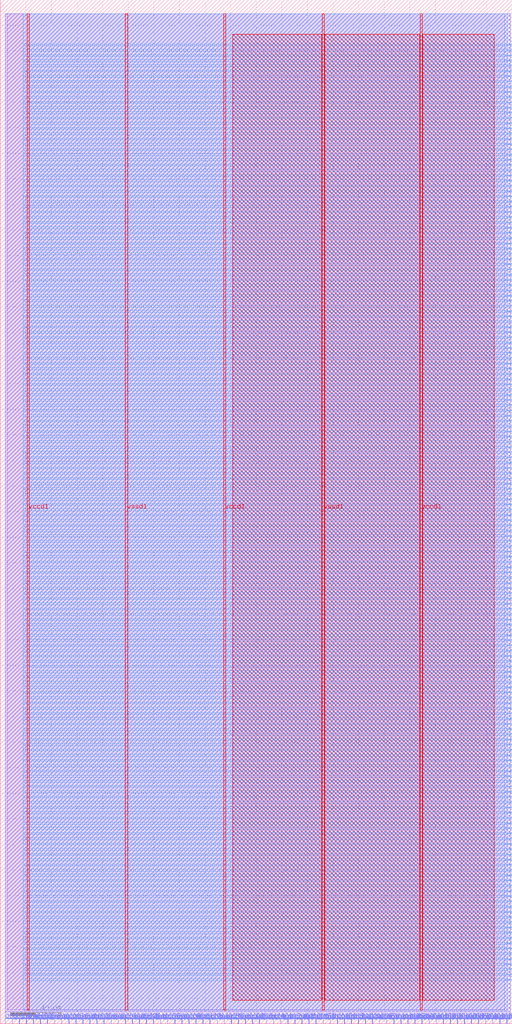
<source format=lef>
VERSION 5.7 ;
  NOWIREEXTENSIONATPIN ON ;
  DIVIDERCHAR "/" ;
  BUSBITCHARS "[]" ;
MACRO core
  CLASS BLOCK ;
  FOREIGN core ;
  ORIGIN 0.000 0.000 ;
  SIZE 400.000 BY 800.000 ;
  PIN dbg_in[0]
    DIRECTION INPUT ;
    USE SIGNAL ;
    PORT
      LAYER met2 ;
        RECT 3.770 0.000 4.050 4.000 ;
    END
  END dbg_in[0]
  PIN dbg_in[1]
    DIRECTION INPUT ;
    USE SIGNAL ;
    PORT
      LAYER met2 ;
        RECT 25.850 0.000 26.130 4.000 ;
    END
  END dbg_in[1]
  PIN dbg_in[2]
    DIRECTION INPUT ;
    USE SIGNAL ;
    PORT
      LAYER met2 ;
        RECT 47.930 0.000 48.210 4.000 ;
    END
  END dbg_in[2]
  PIN dbg_in[3]
    DIRECTION INPUT ;
    USE SIGNAL ;
    PORT
      LAYER met2 ;
        RECT 70.010 0.000 70.290 4.000 ;
    END
  END dbg_in[3]
  PIN dbg_out[0]
    DIRECTION OUTPUT TRISTATE ;
    USE SIGNAL ;
    PORT
      LAYER met2 ;
        RECT 9.290 0.000 9.570 4.000 ;
    END
  END dbg_out[0]
  PIN dbg_out[10]
    DIRECTION OUTPUT TRISTATE ;
    USE SIGNAL ;
    PORT
      LAYER met2 ;
        RECT 191.450 0.000 191.730 4.000 ;
    END
  END dbg_out[10]
  PIN dbg_out[11]
    DIRECTION OUTPUT TRISTATE ;
    USE SIGNAL ;
    PORT
      LAYER met2 ;
        RECT 208.010 0.000 208.290 4.000 ;
    END
  END dbg_out[11]
  PIN dbg_out[12]
    DIRECTION OUTPUT TRISTATE ;
    USE SIGNAL ;
    PORT
      LAYER met2 ;
        RECT 224.570 0.000 224.850 4.000 ;
    END
  END dbg_out[12]
  PIN dbg_out[13]
    DIRECTION OUTPUT TRISTATE ;
    USE SIGNAL ;
    PORT
      LAYER met2 ;
        RECT 241.130 0.000 241.410 4.000 ;
    END
  END dbg_out[13]
  PIN dbg_out[14]
    DIRECTION OUTPUT TRISTATE ;
    USE SIGNAL ;
    PORT
      LAYER met2 ;
        RECT 257.690 0.000 257.970 4.000 ;
    END
  END dbg_out[14]
  PIN dbg_out[15]
    DIRECTION OUTPUT TRISTATE ;
    USE SIGNAL ;
    PORT
      LAYER met2 ;
        RECT 274.250 0.000 274.530 4.000 ;
    END
  END dbg_out[15]
  PIN dbg_out[16]
    DIRECTION OUTPUT TRISTATE ;
    USE SIGNAL ;
    PORT
      LAYER met2 ;
        RECT 290.810 0.000 291.090 4.000 ;
    END
  END dbg_out[16]
  PIN dbg_out[17]
    DIRECTION OUTPUT TRISTATE ;
    USE SIGNAL ;
    PORT
      LAYER met2 ;
        RECT 296.330 0.000 296.610 4.000 ;
    END
  END dbg_out[17]
  PIN dbg_out[18]
    DIRECTION OUTPUT TRISTATE ;
    USE SIGNAL ;
    PORT
      LAYER met2 ;
        RECT 301.850 0.000 302.130 4.000 ;
    END
  END dbg_out[18]
  PIN dbg_out[19]
    DIRECTION OUTPUT TRISTATE ;
    USE SIGNAL ;
    PORT
      LAYER met2 ;
        RECT 307.370 0.000 307.650 4.000 ;
    END
  END dbg_out[19]
  PIN dbg_out[1]
    DIRECTION OUTPUT TRISTATE ;
    USE SIGNAL ;
    PORT
      LAYER met2 ;
        RECT 31.370 0.000 31.650 4.000 ;
    END
  END dbg_out[1]
  PIN dbg_out[20]
    DIRECTION OUTPUT TRISTATE ;
    USE SIGNAL ;
    PORT
      LAYER met2 ;
        RECT 312.890 0.000 313.170 4.000 ;
    END
  END dbg_out[20]
  PIN dbg_out[21]
    DIRECTION OUTPUT TRISTATE ;
    USE SIGNAL ;
    PORT
      LAYER met2 ;
        RECT 318.410 0.000 318.690 4.000 ;
    END
  END dbg_out[21]
  PIN dbg_out[22]
    DIRECTION OUTPUT TRISTATE ;
    USE SIGNAL ;
    PORT
      LAYER met2 ;
        RECT 323.930 0.000 324.210 4.000 ;
    END
  END dbg_out[22]
  PIN dbg_out[23]
    DIRECTION OUTPUT TRISTATE ;
    USE SIGNAL ;
    PORT
      LAYER met2 ;
        RECT 329.450 0.000 329.730 4.000 ;
    END
  END dbg_out[23]
  PIN dbg_out[24]
    DIRECTION OUTPUT TRISTATE ;
    USE SIGNAL ;
    PORT
      LAYER met2 ;
        RECT 334.970 0.000 335.250 4.000 ;
    END
  END dbg_out[24]
  PIN dbg_out[25]
    DIRECTION OUTPUT TRISTATE ;
    USE SIGNAL ;
    PORT
      LAYER met2 ;
        RECT 340.490 0.000 340.770 4.000 ;
    END
  END dbg_out[25]
  PIN dbg_out[26]
    DIRECTION OUTPUT TRISTATE ;
    USE SIGNAL ;
    PORT
      LAYER met2 ;
        RECT 346.010 0.000 346.290 4.000 ;
    END
  END dbg_out[26]
  PIN dbg_out[27]
    DIRECTION OUTPUT TRISTATE ;
    USE SIGNAL ;
    PORT
      LAYER met2 ;
        RECT 351.530 0.000 351.810 4.000 ;
    END
  END dbg_out[27]
  PIN dbg_out[28]
    DIRECTION OUTPUT TRISTATE ;
    USE SIGNAL ;
    PORT
      LAYER met2 ;
        RECT 357.050 0.000 357.330 4.000 ;
    END
  END dbg_out[28]
  PIN dbg_out[29]
    DIRECTION OUTPUT TRISTATE ;
    USE SIGNAL ;
    PORT
      LAYER met2 ;
        RECT 362.570 0.000 362.850 4.000 ;
    END
  END dbg_out[29]
  PIN dbg_out[2]
    DIRECTION OUTPUT TRISTATE ;
    USE SIGNAL ;
    PORT
      LAYER met2 ;
        RECT 53.450 0.000 53.730 4.000 ;
    END
  END dbg_out[2]
  PIN dbg_out[30]
    DIRECTION OUTPUT TRISTATE ;
    USE SIGNAL ;
    PORT
      LAYER met2 ;
        RECT 368.090 0.000 368.370 4.000 ;
    END
  END dbg_out[30]
  PIN dbg_out[31]
    DIRECTION OUTPUT TRISTATE ;
    USE SIGNAL ;
    PORT
      LAYER met2 ;
        RECT 373.610 0.000 373.890 4.000 ;
    END
  END dbg_out[31]
  PIN dbg_out[32]
    DIRECTION OUTPUT TRISTATE ;
    USE SIGNAL ;
    PORT
      LAYER met2 ;
        RECT 379.130 0.000 379.410 4.000 ;
    END
  END dbg_out[32]
  PIN dbg_out[33]
    DIRECTION OUTPUT TRISTATE ;
    USE SIGNAL ;
    PORT
      LAYER met2 ;
        RECT 384.650 0.000 384.930 4.000 ;
    END
  END dbg_out[33]
  PIN dbg_out[34]
    DIRECTION OUTPUT TRISTATE ;
    USE SIGNAL ;
    PORT
      LAYER met2 ;
        RECT 390.170 0.000 390.450 4.000 ;
    END
  END dbg_out[34]
  PIN dbg_out[35]
    DIRECTION OUTPUT TRISTATE ;
    USE SIGNAL ;
    PORT
      LAYER met2 ;
        RECT 395.690 0.000 395.970 4.000 ;
    END
  END dbg_out[35]
  PIN dbg_out[3]
    DIRECTION OUTPUT TRISTATE ;
    USE SIGNAL ;
    PORT
      LAYER met2 ;
        RECT 75.530 0.000 75.810 4.000 ;
    END
  END dbg_out[3]
  PIN dbg_out[4]
    DIRECTION OUTPUT TRISTATE ;
    USE SIGNAL ;
    PORT
      LAYER met2 ;
        RECT 92.090 0.000 92.370 4.000 ;
    END
  END dbg_out[4]
  PIN dbg_out[5]
    DIRECTION OUTPUT TRISTATE ;
    USE SIGNAL ;
    PORT
      LAYER met2 ;
        RECT 108.650 0.000 108.930 4.000 ;
    END
  END dbg_out[5]
  PIN dbg_out[6]
    DIRECTION OUTPUT TRISTATE ;
    USE SIGNAL ;
    PORT
      LAYER met2 ;
        RECT 125.210 0.000 125.490 4.000 ;
    END
  END dbg_out[6]
  PIN dbg_out[7]
    DIRECTION OUTPUT TRISTATE ;
    USE SIGNAL ;
    PORT
      LAYER met2 ;
        RECT 141.770 0.000 142.050 4.000 ;
    END
  END dbg_out[7]
  PIN dbg_out[8]
    DIRECTION OUTPUT TRISTATE ;
    USE SIGNAL ;
    PORT
      LAYER met2 ;
        RECT 158.330 0.000 158.610 4.000 ;
    END
  END dbg_out[8]
  PIN dbg_out[9]
    DIRECTION OUTPUT TRISTATE ;
    USE SIGNAL ;
    PORT
      LAYER met2 ;
        RECT 174.890 0.000 175.170 4.000 ;
    END
  END dbg_out[9]
  PIN dbg_pc[0]
    DIRECTION OUTPUT TRISTATE ;
    USE SIGNAL ;
    PORT
      LAYER met2 ;
        RECT 14.810 0.000 15.090 4.000 ;
    END
  END dbg_pc[0]
  PIN dbg_pc[10]
    DIRECTION OUTPUT TRISTATE ;
    USE SIGNAL ;
    PORT
      LAYER met2 ;
        RECT 196.970 0.000 197.250 4.000 ;
    END
  END dbg_pc[10]
  PIN dbg_pc[11]
    DIRECTION OUTPUT TRISTATE ;
    USE SIGNAL ;
    PORT
      LAYER met2 ;
        RECT 213.530 0.000 213.810 4.000 ;
    END
  END dbg_pc[11]
  PIN dbg_pc[12]
    DIRECTION OUTPUT TRISTATE ;
    USE SIGNAL ;
    PORT
      LAYER met2 ;
        RECT 230.090 0.000 230.370 4.000 ;
    END
  END dbg_pc[12]
  PIN dbg_pc[13]
    DIRECTION OUTPUT TRISTATE ;
    USE SIGNAL ;
    PORT
      LAYER met2 ;
        RECT 246.650 0.000 246.930 4.000 ;
    END
  END dbg_pc[13]
  PIN dbg_pc[14]
    DIRECTION OUTPUT TRISTATE ;
    USE SIGNAL ;
    PORT
      LAYER met2 ;
        RECT 263.210 0.000 263.490 4.000 ;
    END
  END dbg_pc[14]
  PIN dbg_pc[15]
    DIRECTION OUTPUT TRISTATE ;
    USE SIGNAL ;
    PORT
      LAYER met2 ;
        RECT 279.770 0.000 280.050 4.000 ;
    END
  END dbg_pc[15]
  PIN dbg_pc[1]
    DIRECTION OUTPUT TRISTATE ;
    USE SIGNAL ;
    PORT
      LAYER met2 ;
        RECT 36.890 0.000 37.170 4.000 ;
    END
  END dbg_pc[1]
  PIN dbg_pc[2]
    DIRECTION OUTPUT TRISTATE ;
    USE SIGNAL ;
    PORT
      LAYER met2 ;
        RECT 58.970 0.000 59.250 4.000 ;
    END
  END dbg_pc[2]
  PIN dbg_pc[3]
    DIRECTION OUTPUT TRISTATE ;
    USE SIGNAL ;
    PORT
      LAYER met2 ;
        RECT 81.050 0.000 81.330 4.000 ;
    END
  END dbg_pc[3]
  PIN dbg_pc[4]
    DIRECTION OUTPUT TRISTATE ;
    USE SIGNAL ;
    PORT
      LAYER met2 ;
        RECT 97.610 0.000 97.890 4.000 ;
    END
  END dbg_pc[4]
  PIN dbg_pc[5]
    DIRECTION OUTPUT TRISTATE ;
    USE SIGNAL ;
    PORT
      LAYER met2 ;
        RECT 114.170 0.000 114.450 4.000 ;
    END
  END dbg_pc[5]
  PIN dbg_pc[6]
    DIRECTION OUTPUT TRISTATE ;
    USE SIGNAL ;
    PORT
      LAYER met2 ;
        RECT 130.730 0.000 131.010 4.000 ;
    END
  END dbg_pc[6]
  PIN dbg_pc[7]
    DIRECTION OUTPUT TRISTATE ;
    USE SIGNAL ;
    PORT
      LAYER met2 ;
        RECT 147.290 0.000 147.570 4.000 ;
    END
  END dbg_pc[7]
  PIN dbg_pc[8]
    DIRECTION OUTPUT TRISTATE ;
    USE SIGNAL ;
    PORT
      LAYER met2 ;
        RECT 163.850 0.000 164.130 4.000 ;
    END
  END dbg_pc[8]
  PIN dbg_pc[9]
    DIRECTION OUTPUT TRISTATE ;
    USE SIGNAL ;
    PORT
      LAYER met2 ;
        RECT 180.410 0.000 180.690 4.000 ;
    END
  END dbg_pc[9]
  PIN dbg_r0[0]
    DIRECTION OUTPUT TRISTATE ;
    USE SIGNAL ;
    PORT
      LAYER met2 ;
        RECT 20.330 0.000 20.610 4.000 ;
    END
  END dbg_r0[0]
  PIN dbg_r0[10]
    DIRECTION OUTPUT TRISTATE ;
    USE SIGNAL ;
    PORT
      LAYER met2 ;
        RECT 202.490 0.000 202.770 4.000 ;
    END
  END dbg_r0[10]
  PIN dbg_r0[11]
    DIRECTION OUTPUT TRISTATE ;
    USE SIGNAL ;
    PORT
      LAYER met2 ;
        RECT 219.050 0.000 219.330 4.000 ;
    END
  END dbg_r0[11]
  PIN dbg_r0[12]
    DIRECTION OUTPUT TRISTATE ;
    USE SIGNAL ;
    PORT
      LAYER met2 ;
        RECT 235.610 0.000 235.890 4.000 ;
    END
  END dbg_r0[12]
  PIN dbg_r0[13]
    DIRECTION OUTPUT TRISTATE ;
    USE SIGNAL ;
    PORT
      LAYER met2 ;
        RECT 252.170 0.000 252.450 4.000 ;
    END
  END dbg_r0[13]
  PIN dbg_r0[14]
    DIRECTION OUTPUT TRISTATE ;
    USE SIGNAL ;
    PORT
      LAYER met2 ;
        RECT 268.730 0.000 269.010 4.000 ;
    END
  END dbg_r0[14]
  PIN dbg_r0[15]
    DIRECTION OUTPUT TRISTATE ;
    USE SIGNAL ;
    PORT
      LAYER met2 ;
        RECT 285.290 0.000 285.570 4.000 ;
    END
  END dbg_r0[15]
  PIN dbg_r0[1]
    DIRECTION OUTPUT TRISTATE ;
    USE SIGNAL ;
    PORT
      LAYER met2 ;
        RECT 42.410 0.000 42.690 4.000 ;
    END
  END dbg_r0[1]
  PIN dbg_r0[2]
    DIRECTION OUTPUT TRISTATE ;
    USE SIGNAL ;
    PORT
      LAYER met2 ;
        RECT 64.490 0.000 64.770 4.000 ;
    END
  END dbg_r0[2]
  PIN dbg_r0[3]
    DIRECTION OUTPUT TRISTATE ;
    USE SIGNAL ;
    PORT
      LAYER met2 ;
        RECT 86.570 0.000 86.850 4.000 ;
    END
  END dbg_r0[3]
  PIN dbg_r0[4]
    DIRECTION OUTPUT TRISTATE ;
    USE SIGNAL ;
    PORT
      LAYER met2 ;
        RECT 103.130 0.000 103.410 4.000 ;
    END
  END dbg_r0[4]
  PIN dbg_r0[5]
    DIRECTION OUTPUT TRISTATE ;
    USE SIGNAL ;
    PORT
      LAYER met2 ;
        RECT 119.690 0.000 119.970 4.000 ;
    END
  END dbg_r0[5]
  PIN dbg_r0[6]
    DIRECTION OUTPUT TRISTATE ;
    USE SIGNAL ;
    PORT
      LAYER met2 ;
        RECT 136.250 0.000 136.530 4.000 ;
    END
  END dbg_r0[6]
  PIN dbg_r0[7]
    DIRECTION OUTPUT TRISTATE ;
    USE SIGNAL ;
    PORT
      LAYER met2 ;
        RECT 152.810 0.000 153.090 4.000 ;
    END
  END dbg_r0[7]
  PIN dbg_r0[8]
    DIRECTION OUTPUT TRISTATE ;
    USE SIGNAL ;
    PORT
      LAYER met2 ;
        RECT 169.370 0.000 169.650 4.000 ;
    END
  END dbg_r0[8]
  PIN dbg_r0[9]
    DIRECTION OUTPUT TRISTATE ;
    USE SIGNAL ;
    PORT
      LAYER met2 ;
        RECT 185.930 0.000 186.210 4.000 ;
    END
  END dbg_r0[9]
  PIN i_clk
    DIRECTION INPUT ;
    USE SIGNAL ;
    PORT
      LAYER met3 ;
        RECT 396.000 34.040 400.000 34.640 ;
    END
  END i_clk
  PIN i_core_int_sreg[0]
    DIRECTION INPUT ;
    USE SIGNAL ;
    PORT
      LAYER met3 ;
        RECT 396.000 703.160 400.000 703.760 ;
    END
  END i_core_int_sreg[0]
  PIN i_core_int_sreg[10]
    DIRECTION INPUT ;
    USE SIGNAL ;
    PORT
      LAYER met3 ;
        RECT 396.000 743.960 400.000 744.560 ;
    END
  END i_core_int_sreg[10]
  PIN i_core_int_sreg[11]
    DIRECTION INPUT ;
    USE SIGNAL ;
    PORT
      LAYER met3 ;
        RECT 396.000 748.040 400.000 748.640 ;
    END
  END i_core_int_sreg[11]
  PIN i_core_int_sreg[12]
    DIRECTION INPUT ;
    USE SIGNAL ;
    PORT
      LAYER met3 ;
        RECT 396.000 752.120 400.000 752.720 ;
    END
  END i_core_int_sreg[12]
  PIN i_core_int_sreg[13]
    DIRECTION INPUT ;
    USE SIGNAL ;
    PORT
      LAYER met3 ;
        RECT 396.000 756.200 400.000 756.800 ;
    END
  END i_core_int_sreg[13]
  PIN i_core_int_sreg[14]
    DIRECTION INPUT ;
    USE SIGNAL ;
    PORT
      LAYER met3 ;
        RECT 396.000 760.280 400.000 760.880 ;
    END
  END i_core_int_sreg[14]
  PIN i_core_int_sreg[15]
    DIRECTION INPUT ;
    USE SIGNAL ;
    PORT
      LAYER met3 ;
        RECT 396.000 764.360 400.000 764.960 ;
    END
  END i_core_int_sreg[15]
  PIN i_core_int_sreg[1]
    DIRECTION INPUT ;
    USE SIGNAL ;
    PORT
      LAYER met3 ;
        RECT 396.000 707.240 400.000 707.840 ;
    END
  END i_core_int_sreg[1]
  PIN i_core_int_sreg[2]
    DIRECTION INPUT ;
    USE SIGNAL ;
    PORT
      LAYER met3 ;
        RECT 396.000 711.320 400.000 711.920 ;
    END
  END i_core_int_sreg[2]
  PIN i_core_int_sreg[3]
    DIRECTION INPUT ;
    USE SIGNAL ;
    PORT
      LAYER met3 ;
        RECT 396.000 715.400 400.000 716.000 ;
    END
  END i_core_int_sreg[3]
  PIN i_core_int_sreg[4]
    DIRECTION INPUT ;
    USE SIGNAL ;
    PORT
      LAYER met3 ;
        RECT 396.000 719.480 400.000 720.080 ;
    END
  END i_core_int_sreg[4]
  PIN i_core_int_sreg[5]
    DIRECTION INPUT ;
    USE SIGNAL ;
    PORT
      LAYER met3 ;
        RECT 396.000 723.560 400.000 724.160 ;
    END
  END i_core_int_sreg[5]
  PIN i_core_int_sreg[6]
    DIRECTION INPUT ;
    USE SIGNAL ;
    PORT
      LAYER met3 ;
        RECT 396.000 727.640 400.000 728.240 ;
    END
  END i_core_int_sreg[6]
  PIN i_core_int_sreg[7]
    DIRECTION INPUT ;
    USE SIGNAL ;
    PORT
      LAYER met3 ;
        RECT 396.000 731.720 400.000 732.320 ;
    END
  END i_core_int_sreg[7]
  PIN i_core_int_sreg[8]
    DIRECTION INPUT ;
    USE SIGNAL ;
    PORT
      LAYER met3 ;
        RECT 396.000 735.800 400.000 736.400 ;
    END
  END i_core_int_sreg[8]
  PIN i_core_int_sreg[9]
    DIRECTION INPUT ;
    USE SIGNAL ;
    PORT
      LAYER met3 ;
        RECT 396.000 739.880 400.000 740.480 ;
    END
  END i_core_int_sreg[9]
  PIN i_disable
    DIRECTION INPUT ;
    USE SIGNAL ;
    PORT
      LAYER met3 ;
        RECT 396.000 695.000 400.000 695.600 ;
    END
  END i_disable
  PIN i_irq
    DIRECTION INPUT ;
    USE SIGNAL ;
    PORT
      LAYER met3 ;
        RECT 396.000 544.040 400.000 544.640 ;
    END
  END i_irq
  PIN i_mc_core_int
    DIRECTION INPUT ;
    USE SIGNAL ;
    PORT
      LAYER met3 ;
        RECT 396.000 699.080 400.000 699.680 ;
    END
  END i_mc_core_int
  PIN i_mem_ack
    DIRECTION INPUT ;
    USE SIGNAL ;
    PORT
      LAYER met3 ;
        RECT 396.000 287.000 400.000 287.600 ;
    END
  END i_mem_ack
  PIN i_mem_data[0]
    DIRECTION INPUT ;
    USE SIGNAL ;
    PORT
      LAYER met3 ;
        RECT 396.000 140.120 400.000 140.720 ;
    END
  END i_mem_data[0]
  PIN i_mem_data[10]
    DIRECTION INPUT ;
    USE SIGNAL ;
    PORT
      LAYER met3 ;
        RECT 396.000 221.720 400.000 222.320 ;
    END
  END i_mem_data[10]
  PIN i_mem_data[11]
    DIRECTION INPUT ;
    USE SIGNAL ;
    PORT
      LAYER met3 ;
        RECT 396.000 229.880 400.000 230.480 ;
    END
  END i_mem_data[11]
  PIN i_mem_data[12]
    DIRECTION INPUT ;
    USE SIGNAL ;
    PORT
      LAYER met3 ;
        RECT 396.000 238.040 400.000 238.640 ;
    END
  END i_mem_data[12]
  PIN i_mem_data[13]
    DIRECTION INPUT ;
    USE SIGNAL ;
    PORT
      LAYER met3 ;
        RECT 396.000 246.200 400.000 246.800 ;
    END
  END i_mem_data[13]
  PIN i_mem_data[14]
    DIRECTION INPUT ;
    USE SIGNAL ;
    PORT
      LAYER met3 ;
        RECT 396.000 254.360 400.000 254.960 ;
    END
  END i_mem_data[14]
  PIN i_mem_data[15]
    DIRECTION INPUT ;
    USE SIGNAL ;
    PORT
      LAYER met3 ;
        RECT 396.000 262.520 400.000 263.120 ;
    END
  END i_mem_data[15]
  PIN i_mem_data[1]
    DIRECTION INPUT ;
    USE SIGNAL ;
    PORT
      LAYER met3 ;
        RECT 396.000 148.280 400.000 148.880 ;
    END
  END i_mem_data[1]
  PIN i_mem_data[2]
    DIRECTION INPUT ;
    USE SIGNAL ;
    PORT
      LAYER met3 ;
        RECT 396.000 156.440 400.000 157.040 ;
    END
  END i_mem_data[2]
  PIN i_mem_data[3]
    DIRECTION INPUT ;
    USE SIGNAL ;
    PORT
      LAYER met3 ;
        RECT 396.000 164.600 400.000 165.200 ;
    END
  END i_mem_data[3]
  PIN i_mem_data[4]
    DIRECTION INPUT ;
    USE SIGNAL ;
    PORT
      LAYER met3 ;
        RECT 396.000 172.760 400.000 173.360 ;
    END
  END i_mem_data[4]
  PIN i_mem_data[5]
    DIRECTION INPUT ;
    USE SIGNAL ;
    PORT
      LAYER met3 ;
        RECT 396.000 180.920 400.000 181.520 ;
    END
  END i_mem_data[5]
  PIN i_mem_data[6]
    DIRECTION INPUT ;
    USE SIGNAL ;
    PORT
      LAYER met3 ;
        RECT 396.000 189.080 400.000 189.680 ;
    END
  END i_mem_data[6]
  PIN i_mem_data[7]
    DIRECTION INPUT ;
    USE SIGNAL ;
    PORT
      LAYER met3 ;
        RECT 396.000 197.240 400.000 197.840 ;
    END
  END i_mem_data[7]
  PIN i_mem_data[8]
    DIRECTION INPUT ;
    USE SIGNAL ;
    PORT
      LAYER met3 ;
        RECT 396.000 205.400 400.000 206.000 ;
    END
  END i_mem_data[8]
  PIN i_mem_data[9]
    DIRECTION INPUT ;
    USE SIGNAL ;
    PORT
      LAYER met3 ;
        RECT 396.000 213.560 400.000 214.160 ;
    END
  END i_mem_data[9]
  PIN i_mem_exception
    DIRECTION INPUT ;
    USE SIGNAL ;
    PORT
      LAYER met3 ;
        RECT 396.000 291.080 400.000 291.680 ;
    END
  END i_mem_exception
  PIN i_req_data[0]
    DIRECTION INPUT ;
    USE SIGNAL ;
    PORT
      LAYER met3 ;
        RECT 396.000 307.400 400.000 308.000 ;
    END
  END i_req_data[0]
  PIN i_req_data[10]
    DIRECTION INPUT ;
    USE SIGNAL ;
    PORT
      LAYER met3 ;
        RECT 396.000 389.000 400.000 389.600 ;
    END
  END i_req_data[10]
  PIN i_req_data[11]
    DIRECTION INPUT ;
    USE SIGNAL ;
    PORT
      LAYER met3 ;
        RECT 396.000 397.160 400.000 397.760 ;
    END
  END i_req_data[11]
  PIN i_req_data[12]
    DIRECTION INPUT ;
    USE SIGNAL ;
    PORT
      LAYER met3 ;
        RECT 396.000 405.320 400.000 405.920 ;
    END
  END i_req_data[12]
  PIN i_req_data[13]
    DIRECTION INPUT ;
    USE SIGNAL ;
    PORT
      LAYER met3 ;
        RECT 396.000 413.480 400.000 414.080 ;
    END
  END i_req_data[13]
  PIN i_req_data[14]
    DIRECTION INPUT ;
    USE SIGNAL ;
    PORT
      LAYER met3 ;
        RECT 396.000 421.640 400.000 422.240 ;
    END
  END i_req_data[14]
  PIN i_req_data[15]
    DIRECTION INPUT ;
    USE SIGNAL ;
    PORT
      LAYER met3 ;
        RECT 396.000 429.800 400.000 430.400 ;
    END
  END i_req_data[15]
  PIN i_req_data[16]
    DIRECTION INPUT ;
    USE SIGNAL ;
    PORT
      LAYER met3 ;
        RECT 396.000 437.960 400.000 438.560 ;
    END
  END i_req_data[16]
  PIN i_req_data[17]
    DIRECTION INPUT ;
    USE SIGNAL ;
    PORT
      LAYER met3 ;
        RECT 396.000 442.040 400.000 442.640 ;
    END
  END i_req_data[17]
  PIN i_req_data[18]
    DIRECTION INPUT ;
    USE SIGNAL ;
    PORT
      LAYER met3 ;
        RECT 396.000 446.120 400.000 446.720 ;
    END
  END i_req_data[18]
  PIN i_req_data[19]
    DIRECTION INPUT ;
    USE SIGNAL ;
    PORT
      LAYER met3 ;
        RECT 396.000 450.200 400.000 450.800 ;
    END
  END i_req_data[19]
  PIN i_req_data[1]
    DIRECTION INPUT ;
    USE SIGNAL ;
    PORT
      LAYER met3 ;
        RECT 396.000 315.560 400.000 316.160 ;
    END
  END i_req_data[1]
  PIN i_req_data[20]
    DIRECTION INPUT ;
    USE SIGNAL ;
    PORT
      LAYER met3 ;
        RECT 396.000 454.280 400.000 454.880 ;
    END
  END i_req_data[20]
  PIN i_req_data[21]
    DIRECTION INPUT ;
    USE SIGNAL ;
    PORT
      LAYER met3 ;
        RECT 396.000 458.360 400.000 458.960 ;
    END
  END i_req_data[21]
  PIN i_req_data[22]
    DIRECTION INPUT ;
    USE SIGNAL ;
    PORT
      LAYER met3 ;
        RECT 396.000 462.440 400.000 463.040 ;
    END
  END i_req_data[22]
  PIN i_req_data[23]
    DIRECTION INPUT ;
    USE SIGNAL ;
    PORT
      LAYER met3 ;
        RECT 396.000 466.520 400.000 467.120 ;
    END
  END i_req_data[23]
  PIN i_req_data[24]
    DIRECTION INPUT ;
    USE SIGNAL ;
    PORT
      LAYER met3 ;
        RECT 396.000 470.600 400.000 471.200 ;
    END
  END i_req_data[24]
  PIN i_req_data[25]
    DIRECTION INPUT ;
    USE SIGNAL ;
    PORT
      LAYER met3 ;
        RECT 396.000 474.680 400.000 475.280 ;
    END
  END i_req_data[25]
  PIN i_req_data[26]
    DIRECTION INPUT ;
    USE SIGNAL ;
    PORT
      LAYER met3 ;
        RECT 396.000 478.760 400.000 479.360 ;
    END
  END i_req_data[26]
  PIN i_req_data[27]
    DIRECTION INPUT ;
    USE SIGNAL ;
    PORT
      LAYER met3 ;
        RECT 396.000 482.840 400.000 483.440 ;
    END
  END i_req_data[27]
  PIN i_req_data[28]
    DIRECTION INPUT ;
    USE SIGNAL ;
    PORT
      LAYER met3 ;
        RECT 396.000 486.920 400.000 487.520 ;
    END
  END i_req_data[28]
  PIN i_req_data[29]
    DIRECTION INPUT ;
    USE SIGNAL ;
    PORT
      LAYER met3 ;
        RECT 396.000 491.000 400.000 491.600 ;
    END
  END i_req_data[29]
  PIN i_req_data[2]
    DIRECTION INPUT ;
    USE SIGNAL ;
    PORT
      LAYER met3 ;
        RECT 396.000 323.720 400.000 324.320 ;
    END
  END i_req_data[2]
  PIN i_req_data[30]
    DIRECTION INPUT ;
    USE SIGNAL ;
    PORT
      LAYER met3 ;
        RECT 396.000 495.080 400.000 495.680 ;
    END
  END i_req_data[30]
  PIN i_req_data[31]
    DIRECTION INPUT ;
    USE SIGNAL ;
    PORT
      LAYER met3 ;
        RECT 396.000 499.160 400.000 499.760 ;
    END
  END i_req_data[31]
  PIN i_req_data[3]
    DIRECTION INPUT ;
    USE SIGNAL ;
    PORT
      LAYER met3 ;
        RECT 396.000 331.880 400.000 332.480 ;
    END
  END i_req_data[3]
  PIN i_req_data[4]
    DIRECTION INPUT ;
    USE SIGNAL ;
    PORT
      LAYER met3 ;
        RECT 396.000 340.040 400.000 340.640 ;
    END
  END i_req_data[4]
  PIN i_req_data[5]
    DIRECTION INPUT ;
    USE SIGNAL ;
    PORT
      LAYER met3 ;
        RECT 396.000 348.200 400.000 348.800 ;
    END
  END i_req_data[5]
  PIN i_req_data[6]
    DIRECTION INPUT ;
    USE SIGNAL ;
    PORT
      LAYER met3 ;
        RECT 396.000 356.360 400.000 356.960 ;
    END
  END i_req_data[6]
  PIN i_req_data[7]
    DIRECTION INPUT ;
    USE SIGNAL ;
    PORT
      LAYER met3 ;
        RECT 396.000 364.520 400.000 365.120 ;
    END
  END i_req_data[7]
  PIN i_req_data[8]
    DIRECTION INPUT ;
    USE SIGNAL ;
    PORT
      LAYER met3 ;
        RECT 396.000 372.680 400.000 373.280 ;
    END
  END i_req_data[8]
  PIN i_req_data[9]
    DIRECTION INPUT ;
    USE SIGNAL ;
    PORT
      LAYER met3 ;
        RECT 396.000 380.840 400.000 381.440 ;
    END
  END i_req_data[9]
  PIN i_req_data_valid
    DIRECTION INPUT ;
    USE SIGNAL ;
    PORT
      LAYER met3 ;
        RECT 396.000 295.160 400.000 295.760 ;
    END
  END i_req_data_valid
  PIN i_rst
    DIRECTION INPUT ;
    USE SIGNAL ;
    PORT
      LAYER met3 ;
        RECT 396.000 38.120 400.000 38.720 ;
    END
  END i_rst
  PIN o_c_data_page
    DIRECTION OUTPUT TRISTATE ;
    USE SIGNAL ;
    PORT
      LAYER met3 ;
        RECT 396.000 548.120 400.000 548.720 ;
    END
  END o_c_data_page
  PIN o_c_instr_long
    DIRECTION OUTPUT TRISTATE ;
    USE SIGNAL ;
    PORT
      LAYER met3 ;
        RECT 396.000 503.240 400.000 503.840 ;
    END
  END o_c_instr_long
  PIN o_c_instr_page
    DIRECTION OUTPUT TRISTATE ;
    USE SIGNAL ;
    PORT
      LAYER met3 ;
        RECT 396.000 552.200 400.000 552.800 ;
    END
  END o_c_instr_page
  PIN o_icache_flush
    DIRECTION OUTPUT TRISTATE ;
    USE SIGNAL ;
    PORT
      LAYER met3 ;
        RECT 396.000 690.920 400.000 691.520 ;
    END
  END o_icache_flush
  PIN o_instr_long_addr[0]
    DIRECTION OUTPUT TRISTATE ;
    USE SIGNAL ;
    PORT
      LAYER met3 ;
        RECT 396.000 511.400 400.000 512.000 ;
    END
  END o_instr_long_addr[0]
  PIN o_instr_long_addr[1]
    DIRECTION OUTPUT TRISTATE ;
    USE SIGNAL ;
    PORT
      LAYER met3 ;
        RECT 396.000 515.480 400.000 516.080 ;
    END
  END o_instr_long_addr[1]
  PIN o_instr_long_addr[2]
    DIRECTION OUTPUT TRISTATE ;
    USE SIGNAL ;
    PORT
      LAYER met3 ;
        RECT 396.000 519.560 400.000 520.160 ;
    END
  END o_instr_long_addr[2]
  PIN o_instr_long_addr[3]
    DIRECTION OUTPUT TRISTATE ;
    USE SIGNAL ;
    PORT
      LAYER met3 ;
        RECT 396.000 523.640 400.000 524.240 ;
    END
  END o_instr_long_addr[3]
  PIN o_instr_long_addr[4]
    DIRECTION OUTPUT TRISTATE ;
    USE SIGNAL ;
    PORT
      LAYER met3 ;
        RECT 396.000 527.720 400.000 528.320 ;
    END
  END o_instr_long_addr[4]
  PIN o_instr_long_addr[5]
    DIRECTION OUTPUT TRISTATE ;
    USE SIGNAL ;
    PORT
      LAYER met3 ;
        RECT 396.000 531.800 400.000 532.400 ;
    END
  END o_instr_long_addr[5]
  PIN o_instr_long_addr[6]
    DIRECTION OUTPUT TRISTATE ;
    USE SIGNAL ;
    PORT
      LAYER met3 ;
        RECT 396.000 535.880 400.000 536.480 ;
    END
  END o_instr_long_addr[6]
  PIN o_instr_long_addr[7]
    DIRECTION OUTPUT TRISTATE ;
    USE SIGNAL ;
    PORT
      LAYER met3 ;
        RECT 396.000 539.960 400.000 540.560 ;
    END
  END o_instr_long_addr[7]
  PIN o_mem_addr[0]
    DIRECTION OUTPUT TRISTATE ;
    USE SIGNAL ;
    PORT
      LAYER met3 ;
        RECT 396.000 42.200 400.000 42.800 ;
    END
  END o_mem_addr[0]
  PIN o_mem_addr[10]
    DIRECTION OUTPUT TRISTATE ;
    USE SIGNAL ;
    PORT
      LAYER met3 ;
        RECT 396.000 115.640 400.000 116.240 ;
    END
  END o_mem_addr[10]
  PIN o_mem_addr[11]
    DIRECTION OUTPUT TRISTATE ;
    USE SIGNAL ;
    PORT
      LAYER met3 ;
        RECT 396.000 119.720 400.000 120.320 ;
    END
  END o_mem_addr[11]
  PIN o_mem_addr[12]
    DIRECTION OUTPUT TRISTATE ;
    USE SIGNAL ;
    PORT
      LAYER met3 ;
        RECT 396.000 123.800 400.000 124.400 ;
    END
  END o_mem_addr[12]
  PIN o_mem_addr[13]
    DIRECTION OUTPUT TRISTATE ;
    USE SIGNAL ;
    PORT
      LAYER met3 ;
        RECT 396.000 127.880 400.000 128.480 ;
    END
  END o_mem_addr[13]
  PIN o_mem_addr[14]
    DIRECTION OUTPUT TRISTATE ;
    USE SIGNAL ;
    PORT
      LAYER met3 ;
        RECT 396.000 131.960 400.000 132.560 ;
    END
  END o_mem_addr[14]
  PIN o_mem_addr[15]
    DIRECTION OUTPUT TRISTATE ;
    USE SIGNAL ;
    PORT
      LAYER met3 ;
        RECT 396.000 136.040 400.000 136.640 ;
    END
  END o_mem_addr[15]
  PIN o_mem_addr[1]
    DIRECTION OUTPUT TRISTATE ;
    USE SIGNAL ;
    PORT
      LAYER met3 ;
        RECT 396.000 50.360 400.000 50.960 ;
    END
  END o_mem_addr[1]
  PIN o_mem_addr[2]
    DIRECTION OUTPUT TRISTATE ;
    USE SIGNAL ;
    PORT
      LAYER met3 ;
        RECT 396.000 58.520 400.000 59.120 ;
    END
  END o_mem_addr[2]
  PIN o_mem_addr[3]
    DIRECTION OUTPUT TRISTATE ;
    USE SIGNAL ;
    PORT
      LAYER met3 ;
        RECT 396.000 66.680 400.000 67.280 ;
    END
  END o_mem_addr[3]
  PIN o_mem_addr[4]
    DIRECTION OUTPUT TRISTATE ;
    USE SIGNAL ;
    PORT
      LAYER met3 ;
        RECT 396.000 74.840 400.000 75.440 ;
    END
  END o_mem_addr[4]
  PIN o_mem_addr[5]
    DIRECTION OUTPUT TRISTATE ;
    USE SIGNAL ;
    PORT
      LAYER met3 ;
        RECT 396.000 83.000 400.000 83.600 ;
    END
  END o_mem_addr[5]
  PIN o_mem_addr[6]
    DIRECTION OUTPUT TRISTATE ;
    USE SIGNAL ;
    PORT
      LAYER met3 ;
        RECT 396.000 91.160 400.000 91.760 ;
    END
  END o_mem_addr[6]
  PIN o_mem_addr[7]
    DIRECTION OUTPUT TRISTATE ;
    USE SIGNAL ;
    PORT
      LAYER met3 ;
        RECT 396.000 99.320 400.000 99.920 ;
    END
  END o_mem_addr[7]
  PIN o_mem_addr[8]
    DIRECTION OUTPUT TRISTATE ;
    USE SIGNAL ;
    PORT
      LAYER met3 ;
        RECT 396.000 107.480 400.000 108.080 ;
    END
  END o_mem_addr[8]
  PIN o_mem_addr[9]
    DIRECTION OUTPUT TRISTATE ;
    USE SIGNAL ;
    PORT
      LAYER met3 ;
        RECT 396.000 111.560 400.000 112.160 ;
    END
  END o_mem_addr[9]
  PIN o_mem_addr_high[0]
    DIRECTION OUTPUT TRISTATE ;
    USE SIGNAL ;
    PORT
      LAYER met3 ;
        RECT 396.000 46.280 400.000 46.880 ;
    END
  END o_mem_addr_high[0]
  PIN o_mem_addr_high[1]
    DIRECTION OUTPUT TRISTATE ;
    USE SIGNAL ;
    PORT
      LAYER met3 ;
        RECT 396.000 54.440 400.000 55.040 ;
    END
  END o_mem_addr_high[1]
  PIN o_mem_addr_high[2]
    DIRECTION OUTPUT TRISTATE ;
    USE SIGNAL ;
    PORT
      LAYER met3 ;
        RECT 396.000 62.600 400.000 63.200 ;
    END
  END o_mem_addr_high[2]
  PIN o_mem_addr_high[3]
    DIRECTION OUTPUT TRISTATE ;
    USE SIGNAL ;
    PORT
      LAYER met3 ;
        RECT 396.000 70.760 400.000 71.360 ;
    END
  END o_mem_addr_high[3]
  PIN o_mem_addr_high[4]
    DIRECTION OUTPUT TRISTATE ;
    USE SIGNAL ;
    PORT
      LAYER met3 ;
        RECT 396.000 78.920 400.000 79.520 ;
    END
  END o_mem_addr_high[4]
  PIN o_mem_addr_high[5]
    DIRECTION OUTPUT TRISTATE ;
    USE SIGNAL ;
    PORT
      LAYER met3 ;
        RECT 396.000 87.080 400.000 87.680 ;
    END
  END o_mem_addr_high[5]
  PIN o_mem_addr_high[6]
    DIRECTION OUTPUT TRISTATE ;
    USE SIGNAL ;
    PORT
      LAYER met3 ;
        RECT 396.000 95.240 400.000 95.840 ;
    END
  END o_mem_addr_high[6]
  PIN o_mem_addr_high[7]
    DIRECTION OUTPUT TRISTATE ;
    USE SIGNAL ;
    PORT
      LAYER met3 ;
        RECT 396.000 103.400 400.000 104.000 ;
    END
  END o_mem_addr_high[7]
  PIN o_mem_data[0]
    DIRECTION OUTPUT TRISTATE ;
    USE SIGNAL ;
    PORT
      LAYER met3 ;
        RECT 396.000 144.200 400.000 144.800 ;
    END
  END o_mem_data[0]
  PIN o_mem_data[10]
    DIRECTION OUTPUT TRISTATE ;
    USE SIGNAL ;
    PORT
      LAYER met3 ;
        RECT 396.000 225.800 400.000 226.400 ;
    END
  END o_mem_data[10]
  PIN o_mem_data[11]
    DIRECTION OUTPUT TRISTATE ;
    USE SIGNAL ;
    PORT
      LAYER met3 ;
        RECT 396.000 233.960 400.000 234.560 ;
    END
  END o_mem_data[11]
  PIN o_mem_data[12]
    DIRECTION OUTPUT TRISTATE ;
    USE SIGNAL ;
    PORT
      LAYER met3 ;
        RECT 396.000 242.120 400.000 242.720 ;
    END
  END o_mem_data[12]
  PIN o_mem_data[13]
    DIRECTION OUTPUT TRISTATE ;
    USE SIGNAL ;
    PORT
      LAYER met3 ;
        RECT 396.000 250.280 400.000 250.880 ;
    END
  END o_mem_data[13]
  PIN o_mem_data[14]
    DIRECTION OUTPUT TRISTATE ;
    USE SIGNAL ;
    PORT
      LAYER met3 ;
        RECT 396.000 258.440 400.000 259.040 ;
    END
  END o_mem_data[14]
  PIN o_mem_data[15]
    DIRECTION OUTPUT TRISTATE ;
    USE SIGNAL ;
    PORT
      LAYER met3 ;
        RECT 396.000 266.600 400.000 267.200 ;
    END
  END o_mem_data[15]
  PIN o_mem_data[1]
    DIRECTION OUTPUT TRISTATE ;
    USE SIGNAL ;
    PORT
      LAYER met3 ;
        RECT 396.000 152.360 400.000 152.960 ;
    END
  END o_mem_data[1]
  PIN o_mem_data[2]
    DIRECTION OUTPUT TRISTATE ;
    USE SIGNAL ;
    PORT
      LAYER met3 ;
        RECT 396.000 160.520 400.000 161.120 ;
    END
  END o_mem_data[2]
  PIN o_mem_data[3]
    DIRECTION OUTPUT TRISTATE ;
    USE SIGNAL ;
    PORT
      LAYER met3 ;
        RECT 396.000 168.680 400.000 169.280 ;
    END
  END o_mem_data[3]
  PIN o_mem_data[4]
    DIRECTION OUTPUT TRISTATE ;
    USE SIGNAL ;
    PORT
      LAYER met3 ;
        RECT 396.000 176.840 400.000 177.440 ;
    END
  END o_mem_data[4]
  PIN o_mem_data[5]
    DIRECTION OUTPUT TRISTATE ;
    USE SIGNAL ;
    PORT
      LAYER met3 ;
        RECT 396.000 185.000 400.000 185.600 ;
    END
  END o_mem_data[5]
  PIN o_mem_data[6]
    DIRECTION OUTPUT TRISTATE ;
    USE SIGNAL ;
    PORT
      LAYER met3 ;
        RECT 396.000 193.160 400.000 193.760 ;
    END
  END o_mem_data[6]
  PIN o_mem_data[7]
    DIRECTION OUTPUT TRISTATE ;
    USE SIGNAL ;
    PORT
      LAYER met3 ;
        RECT 396.000 201.320 400.000 201.920 ;
    END
  END o_mem_data[7]
  PIN o_mem_data[8]
    DIRECTION OUTPUT TRISTATE ;
    USE SIGNAL ;
    PORT
      LAYER met3 ;
        RECT 396.000 209.480 400.000 210.080 ;
    END
  END o_mem_data[8]
  PIN o_mem_data[9]
    DIRECTION OUTPUT TRISTATE ;
    USE SIGNAL ;
    PORT
      LAYER met3 ;
        RECT 396.000 217.640 400.000 218.240 ;
    END
  END o_mem_data[9]
  PIN o_mem_long
    DIRECTION OUTPUT TRISTATE ;
    USE SIGNAL ;
    PORT
      LAYER met3 ;
        RECT 396.000 507.320 400.000 507.920 ;
    END
  END o_mem_long
  PIN o_mem_req
    DIRECTION OUTPUT TRISTATE ;
    USE SIGNAL ;
    PORT
      LAYER met3 ;
        RECT 396.000 270.680 400.000 271.280 ;
    END
  END o_mem_req
  PIN o_mem_sel[0]
    DIRECTION OUTPUT TRISTATE ;
    USE SIGNAL ;
    PORT
      LAYER met3 ;
        RECT 396.000 278.840 400.000 279.440 ;
    END
  END o_mem_sel[0]
  PIN o_mem_sel[1]
    DIRECTION OUTPUT TRISTATE ;
    USE SIGNAL ;
    PORT
      LAYER met3 ;
        RECT 396.000 282.920 400.000 283.520 ;
    END
  END o_mem_sel[1]
  PIN o_mem_we
    DIRECTION OUTPUT TRISTATE ;
    USE SIGNAL ;
    PORT
      LAYER met3 ;
        RECT 396.000 274.760 400.000 275.360 ;
    END
  END o_mem_we
  PIN o_req_active
    DIRECTION OUTPUT TRISTATE ;
    USE SIGNAL ;
    PORT
      LAYER met3 ;
        RECT 396.000 299.240 400.000 299.840 ;
    END
  END o_req_active
  PIN o_req_addr[0]
    DIRECTION OUTPUT TRISTATE ;
    USE SIGNAL ;
    PORT
      LAYER met3 ;
        RECT 396.000 311.480 400.000 312.080 ;
    END
  END o_req_addr[0]
  PIN o_req_addr[10]
    DIRECTION OUTPUT TRISTATE ;
    USE SIGNAL ;
    PORT
      LAYER met3 ;
        RECT 396.000 393.080 400.000 393.680 ;
    END
  END o_req_addr[10]
  PIN o_req_addr[11]
    DIRECTION OUTPUT TRISTATE ;
    USE SIGNAL ;
    PORT
      LAYER met3 ;
        RECT 396.000 401.240 400.000 401.840 ;
    END
  END o_req_addr[11]
  PIN o_req_addr[12]
    DIRECTION OUTPUT TRISTATE ;
    USE SIGNAL ;
    PORT
      LAYER met3 ;
        RECT 396.000 409.400 400.000 410.000 ;
    END
  END o_req_addr[12]
  PIN o_req_addr[13]
    DIRECTION OUTPUT TRISTATE ;
    USE SIGNAL ;
    PORT
      LAYER met3 ;
        RECT 396.000 417.560 400.000 418.160 ;
    END
  END o_req_addr[13]
  PIN o_req_addr[14]
    DIRECTION OUTPUT TRISTATE ;
    USE SIGNAL ;
    PORT
      LAYER met3 ;
        RECT 396.000 425.720 400.000 426.320 ;
    END
  END o_req_addr[14]
  PIN o_req_addr[15]
    DIRECTION OUTPUT TRISTATE ;
    USE SIGNAL ;
    PORT
      LAYER met3 ;
        RECT 396.000 433.880 400.000 434.480 ;
    END
  END o_req_addr[15]
  PIN o_req_addr[1]
    DIRECTION OUTPUT TRISTATE ;
    USE SIGNAL ;
    PORT
      LAYER met3 ;
        RECT 396.000 319.640 400.000 320.240 ;
    END
  END o_req_addr[1]
  PIN o_req_addr[2]
    DIRECTION OUTPUT TRISTATE ;
    USE SIGNAL ;
    PORT
      LAYER met3 ;
        RECT 396.000 327.800 400.000 328.400 ;
    END
  END o_req_addr[2]
  PIN o_req_addr[3]
    DIRECTION OUTPUT TRISTATE ;
    USE SIGNAL ;
    PORT
      LAYER met3 ;
        RECT 396.000 335.960 400.000 336.560 ;
    END
  END o_req_addr[3]
  PIN o_req_addr[4]
    DIRECTION OUTPUT TRISTATE ;
    USE SIGNAL ;
    PORT
      LAYER met3 ;
        RECT 396.000 344.120 400.000 344.720 ;
    END
  END o_req_addr[4]
  PIN o_req_addr[5]
    DIRECTION OUTPUT TRISTATE ;
    USE SIGNAL ;
    PORT
      LAYER met3 ;
        RECT 396.000 352.280 400.000 352.880 ;
    END
  END o_req_addr[5]
  PIN o_req_addr[6]
    DIRECTION OUTPUT TRISTATE ;
    USE SIGNAL ;
    PORT
      LAYER met3 ;
        RECT 396.000 360.440 400.000 361.040 ;
    END
  END o_req_addr[6]
  PIN o_req_addr[7]
    DIRECTION OUTPUT TRISTATE ;
    USE SIGNAL ;
    PORT
      LAYER met3 ;
        RECT 396.000 368.600 400.000 369.200 ;
    END
  END o_req_addr[7]
  PIN o_req_addr[8]
    DIRECTION OUTPUT TRISTATE ;
    USE SIGNAL ;
    PORT
      LAYER met3 ;
        RECT 396.000 376.760 400.000 377.360 ;
    END
  END o_req_addr[8]
  PIN o_req_addr[9]
    DIRECTION OUTPUT TRISTATE ;
    USE SIGNAL ;
    PORT
      LAYER met3 ;
        RECT 396.000 384.920 400.000 385.520 ;
    END
  END o_req_addr[9]
  PIN o_req_ppl_submit
    DIRECTION OUTPUT TRISTATE ;
    USE SIGNAL ;
    PORT
      LAYER met3 ;
        RECT 396.000 303.320 400.000 303.920 ;
    END
  END o_req_ppl_submit
  PIN sr_bus_addr[0]
    DIRECTION OUTPUT TRISTATE ;
    USE SIGNAL ;
    PORT
      LAYER met3 ;
        RECT 396.000 560.360 400.000 560.960 ;
    END
  END sr_bus_addr[0]
  PIN sr_bus_addr[10]
    DIRECTION OUTPUT TRISTATE ;
    USE SIGNAL ;
    PORT
      LAYER met3 ;
        RECT 396.000 641.960 400.000 642.560 ;
    END
  END sr_bus_addr[10]
  PIN sr_bus_addr[11]
    DIRECTION OUTPUT TRISTATE ;
    USE SIGNAL ;
    PORT
      LAYER met3 ;
        RECT 396.000 650.120 400.000 650.720 ;
    END
  END sr_bus_addr[11]
  PIN sr_bus_addr[12]
    DIRECTION OUTPUT TRISTATE ;
    USE SIGNAL ;
    PORT
      LAYER met3 ;
        RECT 396.000 658.280 400.000 658.880 ;
    END
  END sr_bus_addr[12]
  PIN sr_bus_addr[13]
    DIRECTION OUTPUT TRISTATE ;
    USE SIGNAL ;
    PORT
      LAYER met3 ;
        RECT 396.000 666.440 400.000 667.040 ;
    END
  END sr_bus_addr[13]
  PIN sr_bus_addr[14]
    DIRECTION OUTPUT TRISTATE ;
    USE SIGNAL ;
    PORT
      LAYER met3 ;
        RECT 396.000 674.600 400.000 675.200 ;
    END
  END sr_bus_addr[14]
  PIN sr_bus_addr[15]
    DIRECTION OUTPUT TRISTATE ;
    USE SIGNAL ;
    PORT
      LAYER met3 ;
        RECT 396.000 682.760 400.000 683.360 ;
    END
  END sr_bus_addr[15]
  PIN sr_bus_addr[1]
    DIRECTION OUTPUT TRISTATE ;
    USE SIGNAL ;
    PORT
      LAYER met3 ;
        RECT 396.000 568.520 400.000 569.120 ;
    END
  END sr_bus_addr[1]
  PIN sr_bus_addr[2]
    DIRECTION OUTPUT TRISTATE ;
    USE SIGNAL ;
    PORT
      LAYER met3 ;
        RECT 396.000 576.680 400.000 577.280 ;
    END
  END sr_bus_addr[2]
  PIN sr_bus_addr[3]
    DIRECTION OUTPUT TRISTATE ;
    USE SIGNAL ;
    PORT
      LAYER met3 ;
        RECT 396.000 584.840 400.000 585.440 ;
    END
  END sr_bus_addr[3]
  PIN sr_bus_addr[4]
    DIRECTION OUTPUT TRISTATE ;
    USE SIGNAL ;
    PORT
      LAYER met3 ;
        RECT 396.000 593.000 400.000 593.600 ;
    END
  END sr_bus_addr[4]
  PIN sr_bus_addr[5]
    DIRECTION OUTPUT TRISTATE ;
    USE SIGNAL ;
    PORT
      LAYER met3 ;
        RECT 396.000 601.160 400.000 601.760 ;
    END
  END sr_bus_addr[5]
  PIN sr_bus_addr[6]
    DIRECTION OUTPUT TRISTATE ;
    USE SIGNAL ;
    PORT
      LAYER met3 ;
        RECT 396.000 609.320 400.000 609.920 ;
    END
  END sr_bus_addr[6]
  PIN sr_bus_addr[7]
    DIRECTION OUTPUT TRISTATE ;
    USE SIGNAL ;
    PORT
      LAYER met3 ;
        RECT 396.000 617.480 400.000 618.080 ;
    END
  END sr_bus_addr[7]
  PIN sr_bus_addr[8]
    DIRECTION OUTPUT TRISTATE ;
    USE SIGNAL ;
    PORT
      LAYER met3 ;
        RECT 396.000 625.640 400.000 626.240 ;
    END
  END sr_bus_addr[8]
  PIN sr_bus_addr[9]
    DIRECTION OUTPUT TRISTATE ;
    USE SIGNAL ;
    PORT
      LAYER met3 ;
        RECT 396.000 633.800 400.000 634.400 ;
    END
  END sr_bus_addr[9]
  PIN sr_bus_data_o[0]
    DIRECTION OUTPUT TRISTATE ;
    USE SIGNAL ;
    PORT
      LAYER met3 ;
        RECT 396.000 564.440 400.000 565.040 ;
    END
  END sr_bus_data_o[0]
  PIN sr_bus_data_o[10]
    DIRECTION OUTPUT TRISTATE ;
    USE SIGNAL ;
    PORT
      LAYER met3 ;
        RECT 396.000 646.040 400.000 646.640 ;
    END
  END sr_bus_data_o[10]
  PIN sr_bus_data_o[11]
    DIRECTION OUTPUT TRISTATE ;
    USE SIGNAL ;
    PORT
      LAYER met3 ;
        RECT 396.000 654.200 400.000 654.800 ;
    END
  END sr_bus_data_o[11]
  PIN sr_bus_data_o[12]
    DIRECTION OUTPUT TRISTATE ;
    USE SIGNAL ;
    PORT
      LAYER met3 ;
        RECT 396.000 662.360 400.000 662.960 ;
    END
  END sr_bus_data_o[12]
  PIN sr_bus_data_o[13]
    DIRECTION OUTPUT TRISTATE ;
    USE SIGNAL ;
    PORT
      LAYER met3 ;
        RECT 396.000 670.520 400.000 671.120 ;
    END
  END sr_bus_data_o[13]
  PIN sr_bus_data_o[14]
    DIRECTION OUTPUT TRISTATE ;
    USE SIGNAL ;
    PORT
      LAYER met3 ;
        RECT 396.000 678.680 400.000 679.280 ;
    END
  END sr_bus_data_o[14]
  PIN sr_bus_data_o[15]
    DIRECTION OUTPUT TRISTATE ;
    USE SIGNAL ;
    PORT
      LAYER met3 ;
        RECT 396.000 686.840 400.000 687.440 ;
    END
  END sr_bus_data_o[15]
  PIN sr_bus_data_o[1]
    DIRECTION OUTPUT TRISTATE ;
    USE SIGNAL ;
    PORT
      LAYER met3 ;
        RECT 396.000 572.600 400.000 573.200 ;
    END
  END sr_bus_data_o[1]
  PIN sr_bus_data_o[2]
    DIRECTION OUTPUT TRISTATE ;
    USE SIGNAL ;
    PORT
      LAYER met3 ;
        RECT 396.000 580.760 400.000 581.360 ;
    END
  END sr_bus_data_o[2]
  PIN sr_bus_data_o[3]
    DIRECTION OUTPUT TRISTATE ;
    USE SIGNAL ;
    PORT
      LAYER met3 ;
        RECT 396.000 588.920 400.000 589.520 ;
    END
  END sr_bus_data_o[3]
  PIN sr_bus_data_o[4]
    DIRECTION OUTPUT TRISTATE ;
    USE SIGNAL ;
    PORT
      LAYER met3 ;
        RECT 396.000 597.080 400.000 597.680 ;
    END
  END sr_bus_data_o[4]
  PIN sr_bus_data_o[5]
    DIRECTION OUTPUT TRISTATE ;
    USE SIGNAL ;
    PORT
      LAYER met3 ;
        RECT 396.000 605.240 400.000 605.840 ;
    END
  END sr_bus_data_o[5]
  PIN sr_bus_data_o[6]
    DIRECTION OUTPUT TRISTATE ;
    USE SIGNAL ;
    PORT
      LAYER met3 ;
        RECT 396.000 613.400 400.000 614.000 ;
    END
  END sr_bus_data_o[6]
  PIN sr_bus_data_o[7]
    DIRECTION OUTPUT TRISTATE ;
    USE SIGNAL ;
    PORT
      LAYER met3 ;
        RECT 396.000 621.560 400.000 622.160 ;
    END
  END sr_bus_data_o[7]
  PIN sr_bus_data_o[8]
    DIRECTION OUTPUT TRISTATE ;
    USE SIGNAL ;
    PORT
      LAYER met3 ;
        RECT 396.000 629.720 400.000 630.320 ;
    END
  END sr_bus_data_o[8]
  PIN sr_bus_data_o[9]
    DIRECTION OUTPUT TRISTATE ;
    USE SIGNAL ;
    PORT
      LAYER met3 ;
        RECT 396.000 637.880 400.000 638.480 ;
    END
  END sr_bus_data_o[9]
  PIN sr_bus_we
    DIRECTION OUTPUT TRISTATE ;
    USE SIGNAL ;
    PORT
      LAYER met3 ;
        RECT 396.000 556.280 400.000 556.880 ;
    END
  END sr_bus_we
  PIN vccd1
    DIRECTION INOUT ;
    USE POWER ;
    PORT
      LAYER met4 ;
        RECT 21.040 10.640 22.640 789.040 ;
    END
    PORT
      LAYER met4 ;
        RECT 174.640 10.640 176.240 789.040 ;
    END
    PORT
      LAYER met4 ;
        RECT 328.240 10.640 329.840 789.040 ;
    END
  END vccd1
  PIN vssd1
    DIRECTION INOUT ;
    USE GROUND ;
    PORT
      LAYER met4 ;
        RECT 97.840 10.640 99.440 789.040 ;
    END
    PORT
      LAYER met4 ;
        RECT 251.440 10.640 253.040 789.040 ;
    END
  END vssd1
  OBS
      LAYER li1 ;
        RECT 5.520 10.795 394.220 788.885 ;
      LAYER met1 ;
        RECT 3.750 9.560 398.290 789.040 ;
      LAYER met2 ;
        RECT 3.780 4.280 398.260 788.985 ;
        RECT 4.330 4.000 9.010 4.280 ;
        RECT 9.850 4.000 14.530 4.280 ;
        RECT 15.370 4.000 20.050 4.280 ;
        RECT 20.890 4.000 25.570 4.280 ;
        RECT 26.410 4.000 31.090 4.280 ;
        RECT 31.930 4.000 36.610 4.280 ;
        RECT 37.450 4.000 42.130 4.280 ;
        RECT 42.970 4.000 47.650 4.280 ;
        RECT 48.490 4.000 53.170 4.280 ;
        RECT 54.010 4.000 58.690 4.280 ;
        RECT 59.530 4.000 64.210 4.280 ;
        RECT 65.050 4.000 69.730 4.280 ;
        RECT 70.570 4.000 75.250 4.280 ;
        RECT 76.090 4.000 80.770 4.280 ;
        RECT 81.610 4.000 86.290 4.280 ;
        RECT 87.130 4.000 91.810 4.280 ;
        RECT 92.650 4.000 97.330 4.280 ;
        RECT 98.170 4.000 102.850 4.280 ;
        RECT 103.690 4.000 108.370 4.280 ;
        RECT 109.210 4.000 113.890 4.280 ;
        RECT 114.730 4.000 119.410 4.280 ;
        RECT 120.250 4.000 124.930 4.280 ;
        RECT 125.770 4.000 130.450 4.280 ;
        RECT 131.290 4.000 135.970 4.280 ;
        RECT 136.810 4.000 141.490 4.280 ;
        RECT 142.330 4.000 147.010 4.280 ;
        RECT 147.850 4.000 152.530 4.280 ;
        RECT 153.370 4.000 158.050 4.280 ;
        RECT 158.890 4.000 163.570 4.280 ;
        RECT 164.410 4.000 169.090 4.280 ;
        RECT 169.930 4.000 174.610 4.280 ;
        RECT 175.450 4.000 180.130 4.280 ;
        RECT 180.970 4.000 185.650 4.280 ;
        RECT 186.490 4.000 191.170 4.280 ;
        RECT 192.010 4.000 196.690 4.280 ;
        RECT 197.530 4.000 202.210 4.280 ;
        RECT 203.050 4.000 207.730 4.280 ;
        RECT 208.570 4.000 213.250 4.280 ;
        RECT 214.090 4.000 218.770 4.280 ;
        RECT 219.610 4.000 224.290 4.280 ;
        RECT 225.130 4.000 229.810 4.280 ;
        RECT 230.650 4.000 235.330 4.280 ;
        RECT 236.170 4.000 240.850 4.280 ;
        RECT 241.690 4.000 246.370 4.280 ;
        RECT 247.210 4.000 251.890 4.280 ;
        RECT 252.730 4.000 257.410 4.280 ;
        RECT 258.250 4.000 262.930 4.280 ;
        RECT 263.770 4.000 268.450 4.280 ;
        RECT 269.290 4.000 273.970 4.280 ;
        RECT 274.810 4.000 279.490 4.280 ;
        RECT 280.330 4.000 285.010 4.280 ;
        RECT 285.850 4.000 290.530 4.280 ;
        RECT 291.370 4.000 296.050 4.280 ;
        RECT 296.890 4.000 301.570 4.280 ;
        RECT 302.410 4.000 307.090 4.280 ;
        RECT 307.930 4.000 312.610 4.280 ;
        RECT 313.450 4.000 318.130 4.280 ;
        RECT 318.970 4.000 323.650 4.280 ;
        RECT 324.490 4.000 329.170 4.280 ;
        RECT 330.010 4.000 334.690 4.280 ;
        RECT 335.530 4.000 340.210 4.280 ;
        RECT 341.050 4.000 345.730 4.280 ;
        RECT 346.570 4.000 351.250 4.280 ;
        RECT 352.090 4.000 356.770 4.280 ;
        RECT 357.610 4.000 362.290 4.280 ;
        RECT 363.130 4.000 367.810 4.280 ;
        RECT 368.650 4.000 373.330 4.280 ;
        RECT 374.170 4.000 378.850 4.280 ;
        RECT 379.690 4.000 384.370 4.280 ;
        RECT 385.210 4.000 389.890 4.280 ;
        RECT 390.730 4.000 395.410 4.280 ;
        RECT 396.250 4.000 398.260 4.280 ;
      LAYER met3 ;
        RECT 18.005 765.360 396.000 788.965 ;
        RECT 18.005 763.960 395.600 765.360 ;
        RECT 18.005 761.280 396.000 763.960 ;
        RECT 18.005 759.880 395.600 761.280 ;
        RECT 18.005 757.200 396.000 759.880 ;
        RECT 18.005 755.800 395.600 757.200 ;
        RECT 18.005 753.120 396.000 755.800 ;
        RECT 18.005 751.720 395.600 753.120 ;
        RECT 18.005 749.040 396.000 751.720 ;
        RECT 18.005 747.640 395.600 749.040 ;
        RECT 18.005 744.960 396.000 747.640 ;
        RECT 18.005 743.560 395.600 744.960 ;
        RECT 18.005 740.880 396.000 743.560 ;
        RECT 18.005 739.480 395.600 740.880 ;
        RECT 18.005 736.800 396.000 739.480 ;
        RECT 18.005 735.400 395.600 736.800 ;
        RECT 18.005 732.720 396.000 735.400 ;
        RECT 18.005 731.320 395.600 732.720 ;
        RECT 18.005 728.640 396.000 731.320 ;
        RECT 18.005 727.240 395.600 728.640 ;
        RECT 18.005 724.560 396.000 727.240 ;
        RECT 18.005 723.160 395.600 724.560 ;
        RECT 18.005 720.480 396.000 723.160 ;
        RECT 18.005 719.080 395.600 720.480 ;
        RECT 18.005 716.400 396.000 719.080 ;
        RECT 18.005 715.000 395.600 716.400 ;
        RECT 18.005 712.320 396.000 715.000 ;
        RECT 18.005 710.920 395.600 712.320 ;
        RECT 18.005 708.240 396.000 710.920 ;
        RECT 18.005 706.840 395.600 708.240 ;
        RECT 18.005 704.160 396.000 706.840 ;
        RECT 18.005 702.760 395.600 704.160 ;
        RECT 18.005 700.080 396.000 702.760 ;
        RECT 18.005 698.680 395.600 700.080 ;
        RECT 18.005 696.000 396.000 698.680 ;
        RECT 18.005 694.600 395.600 696.000 ;
        RECT 18.005 691.920 396.000 694.600 ;
        RECT 18.005 690.520 395.600 691.920 ;
        RECT 18.005 687.840 396.000 690.520 ;
        RECT 18.005 686.440 395.600 687.840 ;
        RECT 18.005 683.760 396.000 686.440 ;
        RECT 18.005 682.360 395.600 683.760 ;
        RECT 18.005 679.680 396.000 682.360 ;
        RECT 18.005 678.280 395.600 679.680 ;
        RECT 18.005 675.600 396.000 678.280 ;
        RECT 18.005 674.200 395.600 675.600 ;
        RECT 18.005 671.520 396.000 674.200 ;
        RECT 18.005 670.120 395.600 671.520 ;
        RECT 18.005 667.440 396.000 670.120 ;
        RECT 18.005 666.040 395.600 667.440 ;
        RECT 18.005 663.360 396.000 666.040 ;
        RECT 18.005 661.960 395.600 663.360 ;
        RECT 18.005 659.280 396.000 661.960 ;
        RECT 18.005 657.880 395.600 659.280 ;
        RECT 18.005 655.200 396.000 657.880 ;
        RECT 18.005 653.800 395.600 655.200 ;
        RECT 18.005 651.120 396.000 653.800 ;
        RECT 18.005 649.720 395.600 651.120 ;
        RECT 18.005 647.040 396.000 649.720 ;
        RECT 18.005 645.640 395.600 647.040 ;
        RECT 18.005 642.960 396.000 645.640 ;
        RECT 18.005 641.560 395.600 642.960 ;
        RECT 18.005 638.880 396.000 641.560 ;
        RECT 18.005 637.480 395.600 638.880 ;
        RECT 18.005 634.800 396.000 637.480 ;
        RECT 18.005 633.400 395.600 634.800 ;
        RECT 18.005 630.720 396.000 633.400 ;
        RECT 18.005 629.320 395.600 630.720 ;
        RECT 18.005 626.640 396.000 629.320 ;
        RECT 18.005 625.240 395.600 626.640 ;
        RECT 18.005 622.560 396.000 625.240 ;
        RECT 18.005 621.160 395.600 622.560 ;
        RECT 18.005 618.480 396.000 621.160 ;
        RECT 18.005 617.080 395.600 618.480 ;
        RECT 18.005 614.400 396.000 617.080 ;
        RECT 18.005 613.000 395.600 614.400 ;
        RECT 18.005 610.320 396.000 613.000 ;
        RECT 18.005 608.920 395.600 610.320 ;
        RECT 18.005 606.240 396.000 608.920 ;
        RECT 18.005 604.840 395.600 606.240 ;
        RECT 18.005 602.160 396.000 604.840 ;
        RECT 18.005 600.760 395.600 602.160 ;
        RECT 18.005 598.080 396.000 600.760 ;
        RECT 18.005 596.680 395.600 598.080 ;
        RECT 18.005 594.000 396.000 596.680 ;
        RECT 18.005 592.600 395.600 594.000 ;
        RECT 18.005 589.920 396.000 592.600 ;
        RECT 18.005 588.520 395.600 589.920 ;
        RECT 18.005 585.840 396.000 588.520 ;
        RECT 18.005 584.440 395.600 585.840 ;
        RECT 18.005 581.760 396.000 584.440 ;
        RECT 18.005 580.360 395.600 581.760 ;
        RECT 18.005 577.680 396.000 580.360 ;
        RECT 18.005 576.280 395.600 577.680 ;
        RECT 18.005 573.600 396.000 576.280 ;
        RECT 18.005 572.200 395.600 573.600 ;
        RECT 18.005 569.520 396.000 572.200 ;
        RECT 18.005 568.120 395.600 569.520 ;
        RECT 18.005 565.440 396.000 568.120 ;
        RECT 18.005 564.040 395.600 565.440 ;
        RECT 18.005 561.360 396.000 564.040 ;
        RECT 18.005 559.960 395.600 561.360 ;
        RECT 18.005 557.280 396.000 559.960 ;
        RECT 18.005 555.880 395.600 557.280 ;
        RECT 18.005 553.200 396.000 555.880 ;
        RECT 18.005 551.800 395.600 553.200 ;
        RECT 18.005 549.120 396.000 551.800 ;
        RECT 18.005 547.720 395.600 549.120 ;
        RECT 18.005 545.040 396.000 547.720 ;
        RECT 18.005 543.640 395.600 545.040 ;
        RECT 18.005 540.960 396.000 543.640 ;
        RECT 18.005 539.560 395.600 540.960 ;
        RECT 18.005 536.880 396.000 539.560 ;
        RECT 18.005 535.480 395.600 536.880 ;
        RECT 18.005 532.800 396.000 535.480 ;
        RECT 18.005 531.400 395.600 532.800 ;
        RECT 18.005 528.720 396.000 531.400 ;
        RECT 18.005 527.320 395.600 528.720 ;
        RECT 18.005 524.640 396.000 527.320 ;
        RECT 18.005 523.240 395.600 524.640 ;
        RECT 18.005 520.560 396.000 523.240 ;
        RECT 18.005 519.160 395.600 520.560 ;
        RECT 18.005 516.480 396.000 519.160 ;
        RECT 18.005 515.080 395.600 516.480 ;
        RECT 18.005 512.400 396.000 515.080 ;
        RECT 18.005 511.000 395.600 512.400 ;
        RECT 18.005 508.320 396.000 511.000 ;
        RECT 18.005 506.920 395.600 508.320 ;
        RECT 18.005 504.240 396.000 506.920 ;
        RECT 18.005 502.840 395.600 504.240 ;
        RECT 18.005 500.160 396.000 502.840 ;
        RECT 18.005 498.760 395.600 500.160 ;
        RECT 18.005 496.080 396.000 498.760 ;
        RECT 18.005 494.680 395.600 496.080 ;
        RECT 18.005 492.000 396.000 494.680 ;
        RECT 18.005 490.600 395.600 492.000 ;
        RECT 18.005 487.920 396.000 490.600 ;
        RECT 18.005 486.520 395.600 487.920 ;
        RECT 18.005 483.840 396.000 486.520 ;
        RECT 18.005 482.440 395.600 483.840 ;
        RECT 18.005 479.760 396.000 482.440 ;
        RECT 18.005 478.360 395.600 479.760 ;
        RECT 18.005 475.680 396.000 478.360 ;
        RECT 18.005 474.280 395.600 475.680 ;
        RECT 18.005 471.600 396.000 474.280 ;
        RECT 18.005 470.200 395.600 471.600 ;
        RECT 18.005 467.520 396.000 470.200 ;
        RECT 18.005 466.120 395.600 467.520 ;
        RECT 18.005 463.440 396.000 466.120 ;
        RECT 18.005 462.040 395.600 463.440 ;
        RECT 18.005 459.360 396.000 462.040 ;
        RECT 18.005 457.960 395.600 459.360 ;
        RECT 18.005 455.280 396.000 457.960 ;
        RECT 18.005 453.880 395.600 455.280 ;
        RECT 18.005 451.200 396.000 453.880 ;
        RECT 18.005 449.800 395.600 451.200 ;
        RECT 18.005 447.120 396.000 449.800 ;
        RECT 18.005 445.720 395.600 447.120 ;
        RECT 18.005 443.040 396.000 445.720 ;
        RECT 18.005 441.640 395.600 443.040 ;
        RECT 18.005 438.960 396.000 441.640 ;
        RECT 18.005 437.560 395.600 438.960 ;
        RECT 18.005 434.880 396.000 437.560 ;
        RECT 18.005 433.480 395.600 434.880 ;
        RECT 18.005 430.800 396.000 433.480 ;
        RECT 18.005 429.400 395.600 430.800 ;
        RECT 18.005 426.720 396.000 429.400 ;
        RECT 18.005 425.320 395.600 426.720 ;
        RECT 18.005 422.640 396.000 425.320 ;
        RECT 18.005 421.240 395.600 422.640 ;
        RECT 18.005 418.560 396.000 421.240 ;
        RECT 18.005 417.160 395.600 418.560 ;
        RECT 18.005 414.480 396.000 417.160 ;
        RECT 18.005 413.080 395.600 414.480 ;
        RECT 18.005 410.400 396.000 413.080 ;
        RECT 18.005 409.000 395.600 410.400 ;
        RECT 18.005 406.320 396.000 409.000 ;
        RECT 18.005 404.920 395.600 406.320 ;
        RECT 18.005 402.240 396.000 404.920 ;
        RECT 18.005 400.840 395.600 402.240 ;
        RECT 18.005 398.160 396.000 400.840 ;
        RECT 18.005 396.760 395.600 398.160 ;
        RECT 18.005 394.080 396.000 396.760 ;
        RECT 18.005 392.680 395.600 394.080 ;
        RECT 18.005 390.000 396.000 392.680 ;
        RECT 18.005 388.600 395.600 390.000 ;
        RECT 18.005 385.920 396.000 388.600 ;
        RECT 18.005 384.520 395.600 385.920 ;
        RECT 18.005 381.840 396.000 384.520 ;
        RECT 18.005 380.440 395.600 381.840 ;
        RECT 18.005 377.760 396.000 380.440 ;
        RECT 18.005 376.360 395.600 377.760 ;
        RECT 18.005 373.680 396.000 376.360 ;
        RECT 18.005 372.280 395.600 373.680 ;
        RECT 18.005 369.600 396.000 372.280 ;
        RECT 18.005 368.200 395.600 369.600 ;
        RECT 18.005 365.520 396.000 368.200 ;
        RECT 18.005 364.120 395.600 365.520 ;
        RECT 18.005 361.440 396.000 364.120 ;
        RECT 18.005 360.040 395.600 361.440 ;
        RECT 18.005 357.360 396.000 360.040 ;
        RECT 18.005 355.960 395.600 357.360 ;
        RECT 18.005 353.280 396.000 355.960 ;
        RECT 18.005 351.880 395.600 353.280 ;
        RECT 18.005 349.200 396.000 351.880 ;
        RECT 18.005 347.800 395.600 349.200 ;
        RECT 18.005 345.120 396.000 347.800 ;
        RECT 18.005 343.720 395.600 345.120 ;
        RECT 18.005 341.040 396.000 343.720 ;
        RECT 18.005 339.640 395.600 341.040 ;
        RECT 18.005 336.960 396.000 339.640 ;
        RECT 18.005 335.560 395.600 336.960 ;
        RECT 18.005 332.880 396.000 335.560 ;
        RECT 18.005 331.480 395.600 332.880 ;
        RECT 18.005 328.800 396.000 331.480 ;
        RECT 18.005 327.400 395.600 328.800 ;
        RECT 18.005 324.720 396.000 327.400 ;
        RECT 18.005 323.320 395.600 324.720 ;
        RECT 18.005 320.640 396.000 323.320 ;
        RECT 18.005 319.240 395.600 320.640 ;
        RECT 18.005 316.560 396.000 319.240 ;
        RECT 18.005 315.160 395.600 316.560 ;
        RECT 18.005 312.480 396.000 315.160 ;
        RECT 18.005 311.080 395.600 312.480 ;
        RECT 18.005 308.400 396.000 311.080 ;
        RECT 18.005 307.000 395.600 308.400 ;
        RECT 18.005 304.320 396.000 307.000 ;
        RECT 18.005 302.920 395.600 304.320 ;
        RECT 18.005 300.240 396.000 302.920 ;
        RECT 18.005 298.840 395.600 300.240 ;
        RECT 18.005 296.160 396.000 298.840 ;
        RECT 18.005 294.760 395.600 296.160 ;
        RECT 18.005 292.080 396.000 294.760 ;
        RECT 18.005 290.680 395.600 292.080 ;
        RECT 18.005 288.000 396.000 290.680 ;
        RECT 18.005 286.600 395.600 288.000 ;
        RECT 18.005 283.920 396.000 286.600 ;
        RECT 18.005 282.520 395.600 283.920 ;
        RECT 18.005 279.840 396.000 282.520 ;
        RECT 18.005 278.440 395.600 279.840 ;
        RECT 18.005 275.760 396.000 278.440 ;
        RECT 18.005 274.360 395.600 275.760 ;
        RECT 18.005 271.680 396.000 274.360 ;
        RECT 18.005 270.280 395.600 271.680 ;
        RECT 18.005 267.600 396.000 270.280 ;
        RECT 18.005 266.200 395.600 267.600 ;
        RECT 18.005 263.520 396.000 266.200 ;
        RECT 18.005 262.120 395.600 263.520 ;
        RECT 18.005 259.440 396.000 262.120 ;
        RECT 18.005 258.040 395.600 259.440 ;
        RECT 18.005 255.360 396.000 258.040 ;
        RECT 18.005 253.960 395.600 255.360 ;
        RECT 18.005 251.280 396.000 253.960 ;
        RECT 18.005 249.880 395.600 251.280 ;
        RECT 18.005 247.200 396.000 249.880 ;
        RECT 18.005 245.800 395.600 247.200 ;
        RECT 18.005 243.120 396.000 245.800 ;
        RECT 18.005 241.720 395.600 243.120 ;
        RECT 18.005 239.040 396.000 241.720 ;
        RECT 18.005 237.640 395.600 239.040 ;
        RECT 18.005 234.960 396.000 237.640 ;
        RECT 18.005 233.560 395.600 234.960 ;
        RECT 18.005 230.880 396.000 233.560 ;
        RECT 18.005 229.480 395.600 230.880 ;
        RECT 18.005 226.800 396.000 229.480 ;
        RECT 18.005 225.400 395.600 226.800 ;
        RECT 18.005 222.720 396.000 225.400 ;
        RECT 18.005 221.320 395.600 222.720 ;
        RECT 18.005 218.640 396.000 221.320 ;
        RECT 18.005 217.240 395.600 218.640 ;
        RECT 18.005 214.560 396.000 217.240 ;
        RECT 18.005 213.160 395.600 214.560 ;
        RECT 18.005 210.480 396.000 213.160 ;
        RECT 18.005 209.080 395.600 210.480 ;
        RECT 18.005 206.400 396.000 209.080 ;
        RECT 18.005 205.000 395.600 206.400 ;
        RECT 18.005 202.320 396.000 205.000 ;
        RECT 18.005 200.920 395.600 202.320 ;
        RECT 18.005 198.240 396.000 200.920 ;
        RECT 18.005 196.840 395.600 198.240 ;
        RECT 18.005 194.160 396.000 196.840 ;
        RECT 18.005 192.760 395.600 194.160 ;
        RECT 18.005 190.080 396.000 192.760 ;
        RECT 18.005 188.680 395.600 190.080 ;
        RECT 18.005 186.000 396.000 188.680 ;
        RECT 18.005 184.600 395.600 186.000 ;
        RECT 18.005 181.920 396.000 184.600 ;
        RECT 18.005 180.520 395.600 181.920 ;
        RECT 18.005 177.840 396.000 180.520 ;
        RECT 18.005 176.440 395.600 177.840 ;
        RECT 18.005 173.760 396.000 176.440 ;
        RECT 18.005 172.360 395.600 173.760 ;
        RECT 18.005 169.680 396.000 172.360 ;
        RECT 18.005 168.280 395.600 169.680 ;
        RECT 18.005 165.600 396.000 168.280 ;
        RECT 18.005 164.200 395.600 165.600 ;
        RECT 18.005 161.520 396.000 164.200 ;
        RECT 18.005 160.120 395.600 161.520 ;
        RECT 18.005 157.440 396.000 160.120 ;
        RECT 18.005 156.040 395.600 157.440 ;
        RECT 18.005 153.360 396.000 156.040 ;
        RECT 18.005 151.960 395.600 153.360 ;
        RECT 18.005 149.280 396.000 151.960 ;
        RECT 18.005 147.880 395.600 149.280 ;
        RECT 18.005 145.200 396.000 147.880 ;
        RECT 18.005 143.800 395.600 145.200 ;
        RECT 18.005 141.120 396.000 143.800 ;
        RECT 18.005 139.720 395.600 141.120 ;
        RECT 18.005 137.040 396.000 139.720 ;
        RECT 18.005 135.640 395.600 137.040 ;
        RECT 18.005 132.960 396.000 135.640 ;
        RECT 18.005 131.560 395.600 132.960 ;
        RECT 18.005 128.880 396.000 131.560 ;
        RECT 18.005 127.480 395.600 128.880 ;
        RECT 18.005 124.800 396.000 127.480 ;
        RECT 18.005 123.400 395.600 124.800 ;
        RECT 18.005 120.720 396.000 123.400 ;
        RECT 18.005 119.320 395.600 120.720 ;
        RECT 18.005 116.640 396.000 119.320 ;
        RECT 18.005 115.240 395.600 116.640 ;
        RECT 18.005 112.560 396.000 115.240 ;
        RECT 18.005 111.160 395.600 112.560 ;
        RECT 18.005 108.480 396.000 111.160 ;
        RECT 18.005 107.080 395.600 108.480 ;
        RECT 18.005 104.400 396.000 107.080 ;
        RECT 18.005 103.000 395.600 104.400 ;
        RECT 18.005 100.320 396.000 103.000 ;
        RECT 18.005 98.920 395.600 100.320 ;
        RECT 18.005 96.240 396.000 98.920 ;
        RECT 18.005 94.840 395.600 96.240 ;
        RECT 18.005 92.160 396.000 94.840 ;
        RECT 18.005 90.760 395.600 92.160 ;
        RECT 18.005 88.080 396.000 90.760 ;
        RECT 18.005 86.680 395.600 88.080 ;
        RECT 18.005 84.000 396.000 86.680 ;
        RECT 18.005 82.600 395.600 84.000 ;
        RECT 18.005 79.920 396.000 82.600 ;
        RECT 18.005 78.520 395.600 79.920 ;
        RECT 18.005 75.840 396.000 78.520 ;
        RECT 18.005 74.440 395.600 75.840 ;
        RECT 18.005 71.760 396.000 74.440 ;
        RECT 18.005 70.360 395.600 71.760 ;
        RECT 18.005 67.680 396.000 70.360 ;
        RECT 18.005 66.280 395.600 67.680 ;
        RECT 18.005 63.600 396.000 66.280 ;
        RECT 18.005 62.200 395.600 63.600 ;
        RECT 18.005 59.520 396.000 62.200 ;
        RECT 18.005 58.120 395.600 59.520 ;
        RECT 18.005 55.440 396.000 58.120 ;
        RECT 18.005 54.040 395.600 55.440 ;
        RECT 18.005 51.360 396.000 54.040 ;
        RECT 18.005 49.960 395.600 51.360 ;
        RECT 18.005 47.280 396.000 49.960 ;
        RECT 18.005 45.880 395.600 47.280 ;
        RECT 18.005 43.200 396.000 45.880 ;
        RECT 18.005 41.800 395.600 43.200 ;
        RECT 18.005 39.120 396.000 41.800 ;
        RECT 18.005 37.720 395.600 39.120 ;
        RECT 18.005 35.040 396.000 37.720 ;
        RECT 18.005 33.640 395.600 35.040 ;
        RECT 18.005 10.715 396.000 33.640 ;
      LAYER met4 ;
        RECT 181.535 18.535 251.040 772.985 ;
        RECT 253.440 18.535 327.840 772.985 ;
        RECT 330.240 18.535 386.105 772.985 ;
  END
END core
END LIBRARY


</source>
